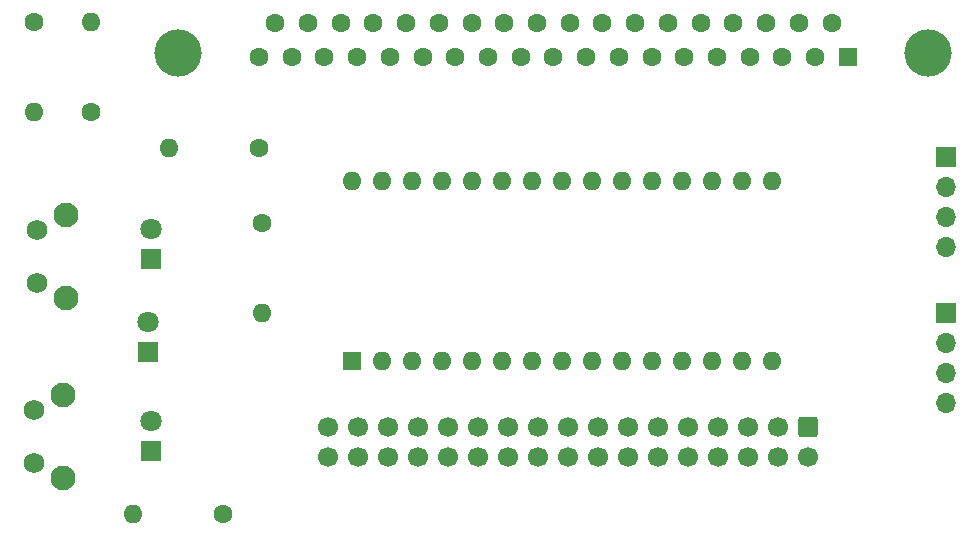
<source format=gbr>
%TF.GenerationSoftware,KiCad,Pcbnew,(6.0.6)*%
%TF.CreationDate,2023-06-02T12:55:39+02:00*%
%TF.ProjectId,X68KFDUINO,5836384b-4644-4554-994e-4f2e6b696361,rev?*%
%TF.SameCoordinates,Original*%
%TF.FileFunction,Soldermask,Top*%
%TF.FilePolarity,Negative*%
%FSLAX46Y46*%
G04 Gerber Fmt 4.6, Leading zero omitted, Abs format (unit mm)*
G04 Created by KiCad (PCBNEW (6.0.6)) date 2023-06-02 12:55:39*
%MOMM*%
%LPD*%
G01*
G04 APERTURE LIST*
G04 Aperture macros list*
%AMRoundRect*
0 Rectangle with rounded corners*
0 $1 Rounding radius*
0 $2 $3 $4 $5 $6 $7 $8 $9 X,Y pos of 4 corners*
0 Add a 4 corners polygon primitive as box body*
4,1,4,$2,$3,$4,$5,$6,$7,$8,$9,$2,$3,0*
0 Add four circle primitives for the rounded corners*
1,1,$1+$1,$2,$3*
1,1,$1+$1,$4,$5*
1,1,$1+$1,$6,$7*
1,1,$1+$1,$8,$9*
0 Add four rect primitives between the rounded corners*
20,1,$1+$1,$2,$3,$4,$5,0*
20,1,$1+$1,$4,$5,$6,$7,0*
20,1,$1+$1,$6,$7,$8,$9,0*
20,1,$1+$1,$8,$9,$2,$3,0*%
G04 Aperture macros list end*
%ADD10R,1.800000X1.800000*%
%ADD11C,1.800000*%
%ADD12C,1.600000*%
%ADD13O,1.600000X1.600000*%
%ADD14R,1.700000X1.700000*%
%ADD15O,1.700000X1.700000*%
%ADD16C,2.100000*%
%ADD17C,1.750000*%
%ADD18RoundRect,0.250000X-0.600000X0.600000X-0.600000X-0.600000X0.600000X-0.600000X0.600000X0.600000X0*%
%ADD19C,1.700000*%
%ADD20C,4.000000*%
%ADD21R,1.600000X1.600000*%
G04 APERTURE END LIST*
D10*
%TO.C,D3*%
X121666000Y-81539000D03*
D11*
X121666000Y-78999000D03*
%TD*%
D12*
%TO.C,R5*%
X128016000Y-95250000D03*
D13*
X120396000Y-95250000D03*
%TD*%
D12*
%TO.C,R1*%
X131064000Y-64262000D03*
D13*
X123444000Y-64262000D03*
%TD*%
D12*
%TO.C,R3*%
X116840000Y-61214000D03*
D13*
X116840000Y-53594000D03*
%TD*%
D14*
%TO.C,J8*%
X189173000Y-78242000D03*
D15*
X189173000Y-80782000D03*
X189173000Y-83322000D03*
X189173000Y-85862000D03*
%TD*%
D16*
%TO.C,SW2*%
X114688500Y-76942000D03*
X114688500Y-69932000D03*
D17*
X112198500Y-75692000D03*
X112198500Y-71192000D03*
%TD*%
D14*
%TO.C,J15*%
X189173000Y-65034000D03*
D15*
X189173000Y-67574000D03*
X189173000Y-70114000D03*
X189173000Y-72654000D03*
%TD*%
D12*
%TO.C,R4*%
X112014000Y-53594000D03*
D13*
X112014000Y-61214000D03*
%TD*%
D12*
%TO.C,R2*%
X131318000Y-70612000D03*
D13*
X131318000Y-78232000D03*
%TD*%
D18*
%TO.C,J1*%
X177546000Y-87884000D03*
D19*
X177546000Y-90424000D03*
X175006000Y-87884000D03*
X175006000Y-90424000D03*
X172466000Y-87884000D03*
X172466000Y-90424000D03*
X169926000Y-87884000D03*
X169926000Y-90424000D03*
X167386000Y-87884000D03*
X167386000Y-90424000D03*
X164846000Y-87884000D03*
X164846000Y-90424000D03*
X162306000Y-87884000D03*
X162306000Y-90424000D03*
X159766000Y-87884000D03*
X159766000Y-90424000D03*
X157226000Y-87884000D03*
X157226000Y-90424000D03*
X154686000Y-87884000D03*
X154686000Y-90424000D03*
X152146000Y-87884000D03*
X152146000Y-90424000D03*
X149606000Y-87884000D03*
X149606000Y-90424000D03*
X147066000Y-87884000D03*
X147066000Y-90424000D03*
X144526000Y-87884000D03*
X144526000Y-90424000D03*
X141986000Y-87884000D03*
X141986000Y-90424000D03*
X139446000Y-87884000D03*
X139446000Y-90424000D03*
X136906000Y-87884000D03*
X136906000Y-90424000D03*
%TD*%
D10*
%TO.C,D2*%
X121920000Y-73665000D03*
D11*
X121920000Y-71125000D03*
%TD*%
D16*
%TO.C,SW1*%
X114434500Y-92182000D03*
X114434500Y-85172000D03*
D17*
X111944500Y-90932000D03*
X111944500Y-86432000D03*
%TD*%
D20*
%TO.C,J2*%
X124201000Y-56259300D03*
X187701000Y-56259300D03*
D21*
X180881000Y-56559300D03*
D12*
X178111000Y-56559300D03*
X175341000Y-56559300D03*
X172571000Y-56559300D03*
X169801000Y-56559300D03*
X167031000Y-56559300D03*
X164261000Y-56559300D03*
X161491000Y-56559300D03*
X158721000Y-56559300D03*
X155951000Y-56559300D03*
X153181000Y-56559300D03*
X150411000Y-56559300D03*
X147641000Y-56559300D03*
X144871000Y-56559300D03*
X142101000Y-56559300D03*
X139331000Y-56559300D03*
X136561000Y-56559300D03*
X133791000Y-56559300D03*
X131021000Y-56559300D03*
X179496000Y-53719300D03*
X176726000Y-53719300D03*
X173956000Y-53719300D03*
X171186000Y-53719300D03*
X168416000Y-53719300D03*
X165646000Y-53719300D03*
X162876000Y-53719300D03*
X160106000Y-53719300D03*
X157336000Y-53719300D03*
X154566000Y-53719300D03*
X151796000Y-53719300D03*
X149026000Y-53719300D03*
X146256000Y-53719300D03*
X143486000Y-53719300D03*
X140716000Y-53719300D03*
X137946000Y-53719300D03*
X135176000Y-53719300D03*
X132406000Y-53719300D03*
%TD*%
D10*
%TO.C,D1*%
X121920000Y-89921000D03*
D11*
X121920000Y-87381000D03*
%TD*%
D21*
%TO.C,A1*%
X138938000Y-82286000D03*
D13*
X141478000Y-82286000D03*
X144018000Y-82286000D03*
X146558000Y-82286000D03*
X149098000Y-82286000D03*
X151638000Y-82286000D03*
X154178000Y-82286000D03*
X156718000Y-82286000D03*
X159258000Y-82286000D03*
X161798000Y-82286000D03*
X164338000Y-82286000D03*
X166878000Y-82286000D03*
X169418000Y-82286000D03*
X171958000Y-82286000D03*
X174498000Y-82286000D03*
X174498000Y-67046000D03*
X171958000Y-67046000D03*
X169418000Y-67046000D03*
X166878000Y-67046000D03*
X164338000Y-67046000D03*
X161798000Y-67046000D03*
X159258000Y-67046000D03*
X156718000Y-67046000D03*
X154178000Y-67046000D03*
X151638000Y-67046000D03*
X149098000Y-67046000D03*
X146558000Y-67046000D03*
X144018000Y-67046000D03*
X141478000Y-67046000D03*
X138938000Y-67046000D03*
%TD*%
M02*

</source>
